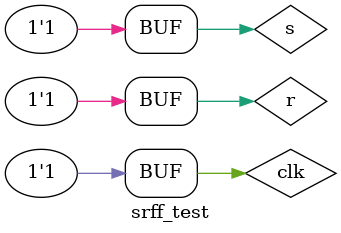
<source format=v>
module srff_test;
// Inputs
reg s;
reg r;
reg clk;
// Outputs
wire q;
wire qbar;
// Instantiate the Unit Under Test (UUT)
srff uut (
.q(q),
.qbar(qbar),
.s(s),
.r(r),
.clk(clk)
);
initial begin
// Initialize Inputs
s = 0; r = 1; clk = 1;
// Wait 100 ns for global reset to finish
#100 s = 1;r = 0; clk = 1;
#100 s = 0;r = 0; clk = 1;
#100 s = 1;r = 1; clk = 1;
// Add stimulus here
end
endmodule
</source>
